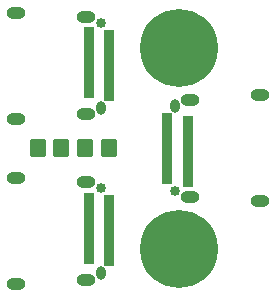
<source format=gbr>
%TF.GenerationSoftware,KiCad,Pcbnew,9.0.2*%
%TF.CreationDate,2025-05-31T16:15:56-04:00*%
%TF.ProjectId,pd-buddy-wye,70642d62-7564-4647-992d-7779652e6b69,v1.1*%
%TF.SameCoordinates,Original*%
%TF.FileFunction,Soldermask,Top*%
%TF.FilePolarity,Negative*%
%FSLAX46Y46*%
G04 Gerber Fmt 4.6, Leading zero omitted, Abs format (unit mm)*
G04 Created by KiCad (PCBNEW 9.0.2) date 2025-05-31 16:15:56*
%MOMM*%
%LPD*%
G01*
G04 APERTURE LIST*
G04 Aperture macros list*
%AMRoundRect*
0 Rectangle with rounded corners*
0 $1 Rounding radius*
0 $2 $3 $4 $5 $6 $7 $8 $9 X,Y pos of 4 corners*
0 Add a 4 corners polygon primitive as box body*
4,1,4,$2,$3,$4,$5,$6,$7,$8,$9,$2,$3,0*
0 Add four circle primitives for the rounded corners*
1,1,$1+$1,$2,$3*
1,1,$1+$1,$4,$5*
1,1,$1+$1,$6,$7*
1,1,$1+$1,$8,$9*
0 Add four rect primitives between the rounded corners*
20,1,$1+$1,$2,$3,$4,$5,0*
20,1,$1+$1,$4,$5,$6,$7,0*
20,1,$1+$1,$6,$7,$8,$9,0*
20,1,$1+$1,$8,$9,$2,$3,0*%
G04 Aperture macros list end*
%ADD10C,1.000000*%
%ADD11C,6.600000*%
%ADD12C,0.850000*%
%ADD13O,0.850000X1.150000*%
%ADD14RoundRect,0.100000X0.350000X-0.150000X0.350000X0.150000X-0.350000X0.150000X-0.350000X-0.150000X0*%
%ADD15O,1.600000X1.000000*%
%ADD16RoundRect,0.291666X0.408334X0.508334X-0.408334X0.508334X-0.408334X-0.508334X0.408334X-0.508334X0*%
%ADD17RoundRect,0.100000X-0.350000X0.150000X-0.350000X-0.150000X0.350000X-0.150000X0.350000X0.150000X0*%
G04 APERTURE END LIST*
D10*
%TO.C,MK2*%
X117400000Y-121000000D03*
X116697056Y-122697056D03*
X116697056Y-119302944D03*
X115000000Y-123400000D03*
D11*
X115000000Y-121000000D03*
D10*
X115000000Y-118600000D03*
X113302944Y-122697056D03*
X113302944Y-119302944D03*
X112600000Y-121000000D03*
%TD*%
%TO.C,MK1*%
X112600000Y-104000000D03*
X113302944Y-102302944D03*
X113302944Y-105697056D03*
X115000000Y-101600000D03*
D11*
X115000000Y-104000000D03*
D10*
X115000000Y-106400000D03*
X116697056Y-102302944D03*
X116697056Y-105697056D03*
X117400000Y-104000000D03*
%TD*%
D12*
%TO.C,U1*%
X114640000Y-116100000D03*
D13*
X114640000Y-108900000D03*
D14*
X113980000Y-115250000D03*
X113980000Y-114750000D03*
X113980000Y-114250000D03*
X113980000Y-113750000D03*
X113980000Y-113250000D03*
X113980000Y-112750000D03*
X113980000Y-112250000D03*
X113980000Y-111750000D03*
X113980000Y-111250000D03*
X113980000Y-110750000D03*
X113980000Y-110250000D03*
X113980000Y-109750000D03*
X115680000Y-110000000D03*
X115680000Y-110500000D03*
X115680000Y-111000000D03*
X115680000Y-111500000D03*
X115680000Y-112000000D03*
X115680000Y-112500000D03*
X115680000Y-113000000D03*
X115680000Y-113500000D03*
X115680000Y-114000000D03*
X115680000Y-114500000D03*
X115680000Y-115000000D03*
X115680000Y-115500000D03*
D15*
X121840000Y-116990000D03*
X115890000Y-116630000D03*
X115890000Y-108370000D03*
X121840000Y-108010000D03*
%TD*%
D16*
%TO.C,R1*%
X109000000Y-112500000D03*
X107000000Y-112500000D03*
%TD*%
%TO.C,R2*%
X105000000Y-112500000D03*
X103000000Y-112500000D03*
%TD*%
D12*
%TO.C,J1*%
X108360000Y-101900000D03*
D13*
X108360000Y-109100000D03*
D17*
X109020000Y-102750000D03*
X109020000Y-103250000D03*
X109020000Y-103750000D03*
X109020000Y-104250000D03*
X109020000Y-104750000D03*
X109020000Y-105250000D03*
X109020000Y-105750000D03*
X109020000Y-106250000D03*
X109020000Y-106750000D03*
X109020000Y-107250000D03*
X109020000Y-107750000D03*
X109020000Y-108250000D03*
X107320000Y-108000000D03*
X107320000Y-107500000D03*
X107320000Y-107000000D03*
X107320000Y-106500000D03*
X107320000Y-106000000D03*
X107320000Y-105500000D03*
X107320000Y-105000000D03*
X107320000Y-104500000D03*
X107320000Y-104000000D03*
X107320000Y-103500000D03*
X107320000Y-103000000D03*
X107320000Y-102500000D03*
D15*
X101160000Y-101010000D03*
X107110000Y-101370000D03*
X107110000Y-109630000D03*
X101160000Y-109990000D03*
%TD*%
D12*
%TO.C,J2*%
X108360000Y-115900000D03*
D13*
X108360000Y-123100000D03*
D17*
X109020000Y-116750000D03*
X109020000Y-117250000D03*
X109020000Y-117750000D03*
X109020000Y-118250000D03*
X109020000Y-118750000D03*
X109020000Y-119250000D03*
X109020000Y-119750000D03*
X109020000Y-120250000D03*
X109020000Y-120750000D03*
X109020000Y-121250000D03*
X109020000Y-121750000D03*
X109020000Y-122250000D03*
X107320000Y-122000000D03*
X107320000Y-121500000D03*
X107320000Y-121000000D03*
X107320000Y-120500000D03*
X107320000Y-120000000D03*
X107320000Y-119500000D03*
X107320000Y-119000000D03*
X107320000Y-118500000D03*
X107320000Y-118000000D03*
X107320000Y-117500000D03*
X107320000Y-117000000D03*
X107320000Y-116500000D03*
D15*
X101160000Y-115010000D03*
X107110000Y-115370000D03*
X107110000Y-123630000D03*
X101160000Y-123990000D03*
%TD*%
M02*

</source>
